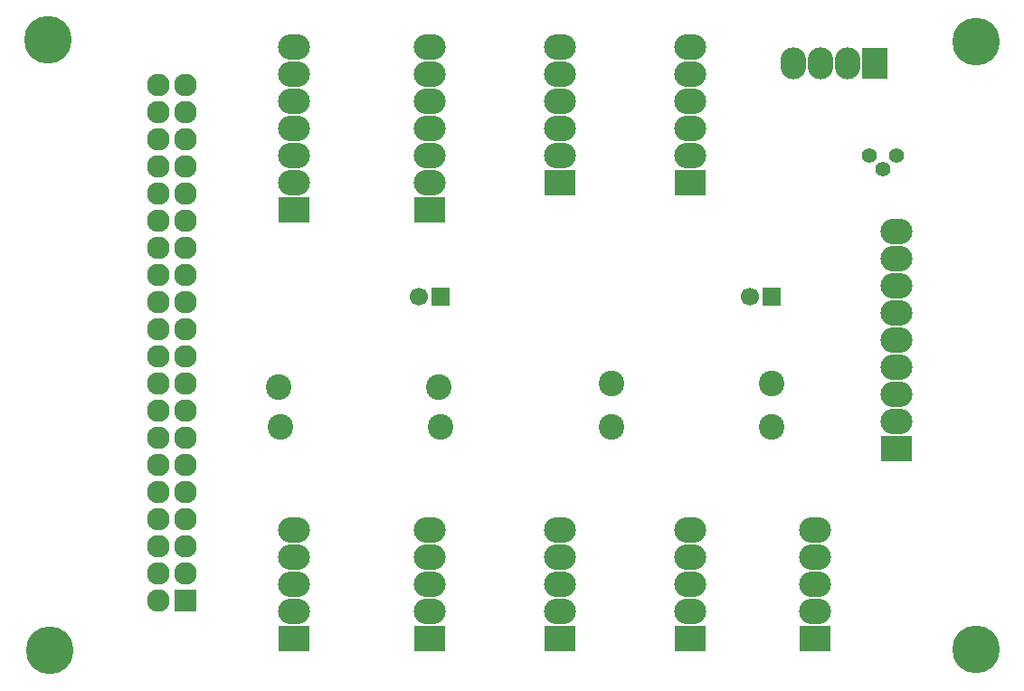
<source format=gbr>
G04 #@! TF.FileFunction,Soldermask,Bot*
%FSLAX46Y46*%
G04 Gerber Fmt 4.6, Leading zero omitted, Abs format (unit mm)*
G04 Created by KiCad (PCBNEW 4.0.2-4+6225~38~ubuntu15.10.1-stable) date Wed 08 Jun 2016 11:21:06 PM EDT*
%MOMM*%
G01*
G04 APERTURE LIST*
%ADD10C,0.100000*%
%ADD11R,3.000000X2.400000*%
%ADD12O,3.000000X2.400000*%
%ADD13R,2.127200X2.127200*%
%ADD14O,2.127200X2.127200*%
%ADD15R,2.400000X3.000000*%
%ADD16O,2.400000X3.000000*%
%ADD17C,2.398980*%
%ADD18C,1.400760*%
%ADD19R,1.700000X1.700000*%
%ADD20C,1.700000*%
%ADD21C,4.464000*%
G04 APERTURE END LIST*
D10*
D11*
X163068000Y-95504000D03*
D12*
X163068000Y-92964000D03*
X163068000Y-90424000D03*
X163068000Y-87884000D03*
X163068000Y-85344000D03*
X163068000Y-82804000D03*
D11*
X150876000Y-95504000D03*
D12*
X150876000Y-92964000D03*
X150876000Y-90424000D03*
X150876000Y-87884000D03*
X150876000Y-85344000D03*
X150876000Y-82804000D03*
D11*
X163068000Y-138176000D03*
D12*
X163068000Y-135636000D03*
X163068000Y-133096000D03*
X163068000Y-130556000D03*
X163068000Y-128016000D03*
D11*
X150876000Y-138176000D03*
D12*
X150876000Y-135636000D03*
X150876000Y-133096000D03*
X150876000Y-130556000D03*
X150876000Y-128016000D03*
D11*
X174752000Y-138176000D03*
D12*
X174752000Y-135636000D03*
X174752000Y-133096000D03*
X174752000Y-130556000D03*
X174752000Y-128016000D03*
D11*
X138684000Y-138176000D03*
D12*
X138684000Y-135636000D03*
X138684000Y-133096000D03*
X138684000Y-130556000D03*
X138684000Y-128016000D03*
D11*
X125984000Y-138176000D03*
D12*
X125984000Y-135636000D03*
X125984000Y-133096000D03*
X125984000Y-130556000D03*
X125984000Y-128016000D03*
D13*
X115824000Y-134620000D03*
D14*
X113284000Y-134620000D03*
X115824000Y-132080000D03*
X113284000Y-132080000D03*
X115824000Y-129540000D03*
X113284000Y-129540000D03*
X115824000Y-127000000D03*
X113284000Y-127000000D03*
X115824000Y-124460000D03*
X113284000Y-124460000D03*
X115824000Y-121920000D03*
X113284000Y-121920000D03*
X115824000Y-119380000D03*
X113284000Y-119380000D03*
X115824000Y-116840000D03*
X113284000Y-116840000D03*
X115824000Y-114300000D03*
X113284000Y-114300000D03*
X115824000Y-111760000D03*
X113284000Y-111760000D03*
X115824000Y-109220000D03*
X113284000Y-109220000D03*
X115824000Y-106680000D03*
X113284000Y-106680000D03*
X115824000Y-104140000D03*
X113284000Y-104140000D03*
X115824000Y-101600000D03*
X113284000Y-101600000D03*
X115824000Y-99060000D03*
X113284000Y-99060000D03*
X115824000Y-96520000D03*
X113284000Y-96520000D03*
X115824000Y-93980000D03*
X113284000Y-93980000D03*
X115824000Y-91440000D03*
X113284000Y-91440000D03*
X115824000Y-88900000D03*
X113284000Y-88900000D03*
X115824000Y-86360000D03*
X113284000Y-86360000D03*
D11*
X182372000Y-120396000D03*
D12*
X182372000Y-117856000D03*
X182372000Y-115316000D03*
X182372000Y-112776000D03*
X182372000Y-110236000D03*
X182372000Y-107696000D03*
X182372000Y-105156000D03*
X182372000Y-102616000D03*
X182372000Y-100076000D03*
D15*
X180340000Y-84328000D03*
D16*
X177800000Y-84328000D03*
X175260000Y-84328000D03*
X172720000Y-84328000D03*
D11*
X125984000Y-98044000D03*
D12*
X125984000Y-95504000D03*
X125984000Y-92964000D03*
X125984000Y-90424000D03*
X125984000Y-87884000D03*
X125984000Y-85344000D03*
X125984000Y-82804000D03*
D11*
X138684000Y-98044000D03*
D12*
X138684000Y-95504000D03*
X138684000Y-92964000D03*
X138684000Y-90424000D03*
X138684000Y-87884000D03*
X138684000Y-85344000D03*
X138684000Y-82804000D03*
D17*
X170688000Y-114300000D03*
X155688000Y-114300000D03*
X170688000Y-118364000D03*
X155688000Y-118364000D03*
X139573000Y-114681000D03*
X124573000Y-114681000D03*
X139700000Y-118364000D03*
X124700000Y-118364000D03*
D18*
X181102000Y-94234000D03*
X179832000Y-92964000D03*
X182372000Y-92964000D03*
D19*
X139700000Y-106172000D03*
D20*
X137700000Y-106172000D03*
D19*
X170688000Y-106172000D03*
D20*
X168688000Y-106172000D03*
D21*
X189865000Y-139192000D03*
X103124000Y-139319000D03*
X189865000Y-82296000D03*
X102997000Y-82169000D03*
M02*

</source>
